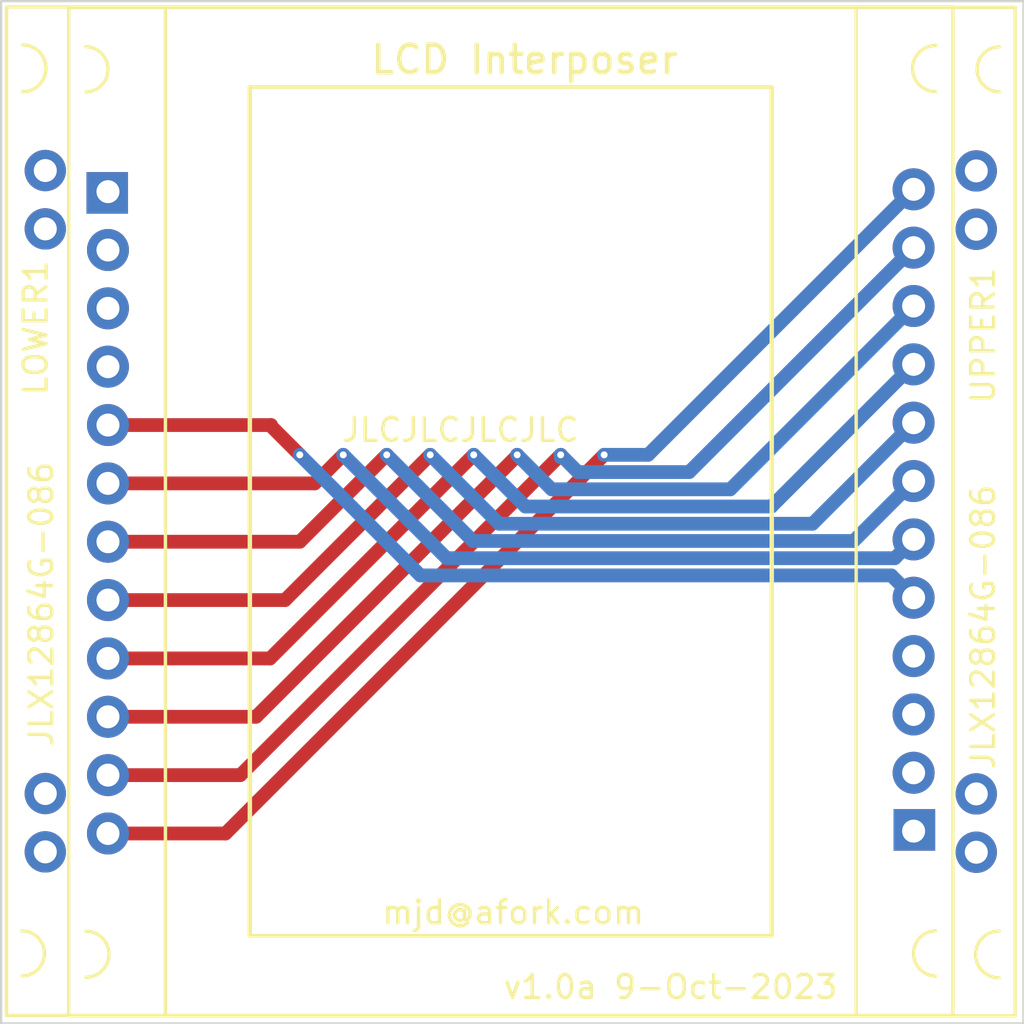
<source format=kicad_pcb>
(kicad_pcb (version 20221018) (generator pcbnew)
  (layers (0 "F.Cu" power) (31 "B.Cu" signal) (34 "B.Paste" user) (35 "F.Paste" user) (36 "B.SilkS" user "B.Silkscreen") (37 "F.SilkS" user "F.Silkscreen") (38 "B.Mask" user) (39 "F.Mask" user) (44 "Edge.Cuts" user))
  (net 0 "")
  (net 1 "/LEDA")
  (net 2 "/VSS")
  (net 3 "/VDD")
  (net 4 "/SCK")
  (net 5 "/SDA")
  (net 6 "/RS")
  (net 7 "/RST")
  (net 8 "/CS")
  (footprint "LocalLibrary:JLX12864G" (layer "F.Cu") (at 148.936 99.462 90)
    (fp_text reference "UPPER1" (at 10.712 20.564 90) (layer "F.SilkS") (effects (justify right)))
    (fp_text value "JLX12864G-086" (at -5.038 20.564 90) (layer "F.SilkS"))
    (fp_line (start -21.96 -19.247) (end -21.96 21.953) (stroke (width 0.15)) (layer "F.SilkS"))
    (fp_line (start -21.96 -15.035) (end 21.94 -15.035) (stroke (width 0.15)) (layer "F.SilkS"))
    (fp_line (start -21.96 21.953) (end 21.94 21.953) (stroke (width 0.15)) (layer "F.SilkS"))
    (fp_line (start -18.469 -11.381) (end 18.479 -11.381) (stroke (width 0.15)) (layer "F.SilkS"))
    (fp_line (start -18.469 11.338) (end -18.469 -11.381) (stroke (width 0.15)) (layer "F.SilkS"))
    (fp_line (start 18.479 -11.381) (end 18.479 11.338) (stroke (width 0.15)) (layer "F.SilkS"))
    (fp_line (start 18.479 11.338) (end -18.469 11.338) (stroke (width 0.15)) (layer "F.SilkS"))
    (fp_line (start 21.94 -19.247) (end -21.96 -19.247) (stroke (width 0.15)) (layer "F.SilkS"))
    (fp_line (start 21.94 21.953) (end 21.94 -19.247) (stroke (width 0.15)) (layer "F.SilkS"))
    (fp_arc (start -20.305995 21.253408) (mid -19.285704 20.241969) (end -18.266 21.254) (stroke (width 0.15)) (layer "F.SilkS"))
    (fp_arc (start -18.273968 -18.49128) (mid -19.28086 -17.487975) (end -20.28 -18.499) (stroke (width 0.15)) (layer "F.SilkS"))
    (fp_arc (start 18.260992 21.284366) (mid 19.240817 20.301994) (end 20.225 21.28) (stroke (width 0.15)) (layer "F.SilkS"))
    (fp_arc (start 20.230239 -18.502956) (mid 19.248479 -17.531646) (end 18.256 -18.492) (stroke (width 0.15)) (layer "F.SilkS"))
    (pad "" thru_hole circle (at -14.838 20.264 90) (size 1.8 1.8) (drill 1) (layers "*.Cu" "*.Mask"))
    (pad "" thru_hole circle (at -12.298 20.264 90) (size 1.8 1.8) (drill 1) (layers "*.Cu" "*.Mask"))
    (pad "" thru_hole circle (at 12.282 20.264 90) (size 1.8 1.8) (drill 1) (layers "*.Cu" "*.Mask"))
    (pad "" thru_hole circle (at 14.822 20.264 90) (size 1.8 1.8) (drill 1) (layers "*.Cu" "*.Mask"))
    (pad "1" thru_hole rect (at 13.919 -17.536 90) (size 1.81 1.81) (drill 1 (offset -0.053 -0.032)) (layers "*.Cu" "*.Mask"))
    (pad "2" thru_hole circle (at 11.379 -17.536 90) (size 1.829 1.829) (drill 1) (layers "*.Cu" "*.Mask"))
    (pad "3" thru_hole circle (at 8.839 -17.536 90) (size 1.829 1.829) (drill 1) (layers "*.Cu" "*.Mask"))
    (pad "4" thru_hole circle (at 6.299 -17.536 90) (size 1.829 1.829) (drill 1) (layers "*.Cu" "*.Mask"))
    (pad "5" thru_hole circle (at 3.759 -17.536 90) (size 1.829 1.829) (drill 1) (layers "*.Cu" "*.Mask") (net 1 "/LEDA"))
    (pad "6" thru_hole circle (at 1.219 -17.536 90) (size 1.829 1.829) (drill 1) (layers "*.Cu" "*.Mask") (net 2 "/VSS"))
    (pad "7" thru_hole circle (at -1.321 -17.536 90) (size 1.829 1.829) (drill 1) (layers "*.Cu" "*.Mask") (net 3 "/VDD"))
    (pad "8" thru_hole circle (at -3.861 -17.536 90) (size 1.829 1.829) (drill 1) (layers "*.Cu" "*.Mask") (net 4 "/SCK"))
    (pad "9" thru_hole circle (at -6.401 -17.536 90) (size 1.829 1.829) (drill 1) (layers "*.Cu" "*.Mask") (net 5 "/SDA"))
    (pad "10" thru_hole circle (at -8.941 -17.536 90) (size 1.829 1.829) (drill 1) (layers "*.Cu" "*.Mask") (net 6 "/RS"))
    (pad "11" thru_hole circle (at -11.481 -17.536 90) (size 1.829 1.829) (drill 1) (layers "*.Cu" "*.Mask") (net 7 "/RST"))
    (pad "12" thru_hole circle (at -14.021 -17.536 90) (size 1.829 1.829) (drill 1) (layers "*.Cu" "*.Mask") (net 8 "/CS"))
  )
  (footprint "LocalLibrary:JLX12864G" (layer "F.Cu") (at 148.936 99.462 -90)
    (fp_text reference "LOWER1" (at -4.962 20.686 90) (layer "F.SilkS") (effects (justify left)))
    (fp_text value "JLX12864G-086" (at 4.038 20.436 90) (layer "F.SilkS"))
    (fp_line (start -21.96 -19.247) (end -21.96 21.953) (stroke (width 0.15)) (layer "F.SilkS"))
    (fp_line (start -21.96 -15.035) (end 21.94 -15.035) (stroke (width 0.15)) (layer "F.SilkS"))
    (fp_line (start -21.96 21.953) (end 21.94 21.953) (stroke (width 0.15)) (layer "F.SilkS"))
    (fp_line (start -18.469 -11.381) (end 18.479 -11.381) (stroke (width 0.15)) (layer "F.SilkS"))
    (fp_line (start -18.469 11.338) (end -18.469 -11.381) (stroke (width 0.15)) (layer "F.SilkS"))
    (fp_line (start 18.479 -11.381) (end 18.479 11.338) (stroke (width 0.15)) (layer "F.SilkS"))
    (fp_line (start 18.479 11.338) (end -18.469 11.338) (stroke (width 0.15)) (layer "F.SilkS"))
    (fp_line (start 21.94 -19.247) (end -21.96 -19.247) (stroke (width 0.15)) (layer "F.SilkS"))
    (fp_line (start 21.94 21.953) (end 21.94 -19.247) (stroke (width 0.15)) (layer "F.SilkS"))
    (fp_arc (start -20.305995 21.253408) (mid -19.285704 20.241969) (end -18.266 21.254) (stroke (width 0.15)) (layer "F.SilkS"))
    (fp_arc (start -18.273968 -18.49128) (mid -19.28086 -17.487975) (end -20.28 -18.499) (stroke (width 0.15)) (layer "F.SilkS"))
    (fp_arc (start 18.260992 21.284366) (mid 19.240817 20.301994) (end 20.225 21.28) (stroke (width 0.15)) (layer "F.SilkS"))
    (fp_arc (start 20.230239 -18.502956) (mid 19.248479 -17.531646) (end 18.256 -18.492) (stroke (width 0.15)) (layer "F.SilkS"))
    (pad "" thru_hole circle (at -14.838 20.264 270) (size 1.8 1.8) (drill 1) (layers "*.Cu" "*.Mask"))
    (pad "" thru_hole circle (at -12.298 20.264 270) (size 1.8 1.8) (drill 1) (layers "*.Cu" "*.Mask"))
    (pad "" thru_hole circle (at 12.282 20.264 270) (size 1.8 1.8) (drill 1) (layers "*.Cu" "*.Mask"))
    (pad "" thru_hole circle (at 14.822 20.264 270) (size 1.8 1.8) (drill 1) (layers "*.Cu" "*.Mask"))
    (pad "1" thru_hole rect (at 13.919 -17.536 270) (size 1.81 1.81) (drill 1 (offset -0.053 -0.032)) (layers "*.Cu" "*.Mask"))
    (pad "2" thru_hole circle (at 11.379 -17.536 270) (size 1.829 1.829) (drill 1) (layers "*.Cu" "*.Mask"))
    (pad "3" thru_hole circle (at 8.839 -17.536 270) (size 1.829 1.829) (drill 1) (layers "*.Cu" "*.Mask"))
    (pad "4" thru_hole circle (at 6.299 -17.536 270) (size 1.829 1.829) (drill 1) (layers "*.Cu" "*.Mask"))
    (pad "5" thru_hole circle (at 3.759 -17.536 270) (size 1.829 1.829) (drill 1) (layers "*.Cu" "*.Mask") (net 1 "/LEDA"))
    (pad "6" thru_hole circle (at 1.219 -17.536 270) (size 1.829 1.829) (drill 1) (layers "*.Cu" "*.Mask") (net 2 "/VSS"))
    (pad "7" thru_hole circle (at -1.321 -17.536 270) (size 1.829 1.829) (drill 1) (layers "*.Cu" "*.Mask") (net 3 "/VDD"))
    (pad "8" thru_hole circle (at -3.861 -17.536 270) (size 1.829 1.829) (drill 1) (layers "*.Cu" "*.Mask") (net 4 "/SCK"))
    (pad "9" thru_hole circle (at -6.401 -17.536 270) (size 1.829 1.829) (drill 1) (layers "*.Cu" "*.Mask") (net 5 "/SDA"))
    (pad "10" thru_hole circle (at -8.941 -17.536 270) (size 1.829 1.829) (drill 1) (layers "*.Cu" "*.Mask") (net 6 "/RS"))
    (pad "11" thru_hole circle (at -11.481 -17.536 270) (size 1.829 1.829) (drill 1) (layers "*.Cu" "*.Mask") (net 7 "/RST"))
    (pad "12" thru_hole circle (at -14.021 -17.536 270) (size 1.829 1.829) (drill 1) (layers "*.Cu" "*.Mask") (net 8 "/CS"))
  )
  (gr_rect (start 126.75 77.25) (end 171.25 121.75) (stroke (width 0.1)) (fill none) (layer "Edge.Cuts"))
  (gr_text "v1.0a 9-Oct-2023" (at 163.25 120.75) (layer "F.SilkS") (effects (font (size 1 1)) (justify right bottom)))
  (gr_text "LCD Interposer" (at 142.75 80.5) (layer "F.SilkS") (effects (font (size 1.2 1.2) (thickness 0.2) bold) (justify left bottom)))
  (gr_text "mjd@afork.com" (at 143.25 117.5) (layer "F.SilkS") (effects (font (size 1 1)) (justify left bottom)))
  (gr_text "JLCJLCJLCJLC" (at 141.5 96.5) (layer "F.SilkS") (effects (font (size 1 1)) (justify left bottom)))
  (segment (start 131.4 95.703) (end 138.5 95.703) (width 0.6) (layer "F.Cu") (net 1))
  (segment (start 139.750002 97) (end 138.5 95.749998) (width 0.6) (layer "F.Cu") (net 1))
  (segment (start 138.5 95.749998) (end 138.5 95.703) (width 0.6) (layer "F.Cu") (net 1))
  (via (at 139.750002 97) (size 0.6) (drill 0.3) (layers "F.Cu" "B.Cu") (net 1))
  (segment (start 139.750002 97) (end 145.000002 102.25) (width 0.6) (layer "B.Cu") (net 1))
  (segment (start 165.501 102.25) (end 166.472 103.221) (width 0.6) (layer "B.Cu") (net 1))
  (segment (start 145.000002 102.25) (end 165.501 102.25) (width 0.6) (layer "B.Cu") (net 1))
  (segment (start 131.4 98.243) (end 140.399858 98.243) (width 0.6) (layer "F.Cu") (net 2))
  (segment (start 140.399858 98.243) (end 141.642858 97) (width 0.6) (layer "F.Cu") (net 2))
  (via (at 141.642858 97) (size 0.6) (drill 0.3) (layers "F.Cu" "B.Cu") (net 2))
  (segment (start 165.653 101.5) (end 166.472 100.681) (width 0.6) (layer "B.Cu") (net 2))
  (segment (start 146.142858 101.5) (end 165.653 101.5) (width 0.6) (layer "B.Cu") (net 2))
  (segment (start 141.642858 97) (end 146.142858 101.5) (width 0.6) (layer "B.Cu") (net 2))
  (segment (start 139.752714 100.783) (end 131.4 100.783) (width 0.6) (layer "F.Cu") (net 3))
  (segment (start 143.535714 97) (end 139.752714 100.783) (width 0.6) (layer "F.Cu") (net 3))
  (via (at 143.535714 97) (size 0.6) (drill 0.3) (layers "F.Cu" "B.Cu") (net 3))
  (segment (start 147.285714 100.75) (end 163.863 100.75) (width 0.6) (layer "B.Cu") (net 3))
  (segment (start 143.535714 97) (end 147.285714 100.75) (width 0.6) (layer "B.Cu") (net 3))
  (segment (start 163.863 100.75) (end 166.472 98.141) (width 0.6) (layer "B.Cu") (net 3))
  (segment (start 145.42857 97) (end 139.10557 103.323) (width 0.6) (layer "F.Cu") (net 4))
  (segment (start 139.10557 103.323) (end 131.4 103.323) (width 0.6) (layer "F.Cu") (net 4))
  (via (at 145.42857 97) (size 0.6) (drill 0.3) (layers "F.Cu" "B.Cu") (net 4))
  (segment (start 162.073 100) (end 166.472 95.601) (width 0.6) (layer "B.Cu") (net 4))
  (segment (start 148.42857 100) (end 162.073 100) (width 0.6) (layer "B.Cu") (net 4))
  (segment (start 145.42857 97) (end 148.42857 100) (width 0.6) (layer "B.Cu") (net 4))
  (segment (start 138.458426 105.863) (end 131.4 105.863) (width 0.6) (layer "F.Cu") (net 5))
  (segment (start 147.321426 97) (end 138.458426 105.863) (width 0.6) (layer "F.Cu") (net 5))
  (via (at 147.321426 97) (size 0.6) (drill 0.3) (layers "F.Cu" "B.Cu") (net 5))
  (segment (start 149.571426 99.25) (end 160.283 99.25) (width 0.6) (layer "B.Cu") (net 5))
  (segment (start 160.283 99.25) (end 166.472 93.061) (width 0.6) (layer "B.Cu") (net 5))
  (segment (start 147.321426 97) (end 149.571426 99.25) (width 0.6) (layer "B.Cu") (net 5))
  (segment (start 131.4 108.403) (end 137.847 108.403) (width 0.6) (layer "F.Cu") (net 6))
  (segment (start 149.214282 97.035718) (end 149.214282 97) (width 0.6) (layer "F.Cu") (net 6))
  (segment (start 137.847 108.403) (end 149.214282 97.035718) (width 0.6) (layer "F.Cu") (net 6))
  (via (at 149.214282 97) (size 0.6) (drill 0.3) (layers "F.Cu" "B.Cu") (net 6))
  (segment (start 158.493 98.5) (end 166.472 90.521) (width 0.6) (layer "B.Cu") (net 6))
  (segment (start 150.714282 98.5) (end 158.493 98.5) (width 0.6) (layer "B.Cu") (net 6))
  (segment (start 149.214282 97) (end 150.714282 98.5) (width 0.6) (layer "B.Cu") (net 6))
  (segment (start 131.4 110.943) (end 137.164138 110.943) (width 0.6) (layer "F.Cu") (net 7))
  (segment (start 137.164138 110.943) (end 151.107138 97) (width 0.6) (layer "F.Cu") (net 7))
  (via (at 151.107138 97) (size 0.6) (drill 0.3) (layers "F.Cu" "B.Cu") (net 7))
  (segment (start 151.107138 97) (end 151.107138 97.107132) (width 0.6) (layer "B.Cu") (net 7))
  (segment (start 151.857138 97.75) (end 156.703 97.75) (width 0.6) (layer "B.Cu") (net 7))
  (segment (start 156.703 97.75) (end 166.472 87.981) (width 0.6) (layer "B.Cu") (net 7))
  (segment (start 151.107138 97) (end 151.857138 97.75) (width 0.6) (layer "B.Cu") (net 7))
  (segment (start 136.517 113.483) (end 153 97) (width 0.6) (layer "F.Cu") (net 8))
  (segment (start 131.4 113.483) (end 136.517 113.483) (width 0.6) (layer "F.Cu") (net 8))
  (via (at 153 97) (size 0.6) (drill 0.3) (layers "F.Cu" "B.Cu") (net 8))
  (segment (start 153 97) (end 154.913 97) (width 0.6) (layer "B.Cu") (net 8))
  (segment (start 154.913 97) (end 166.472 85.441) (width 0.6) (layer "B.Cu") (net 8))
)
</source>
